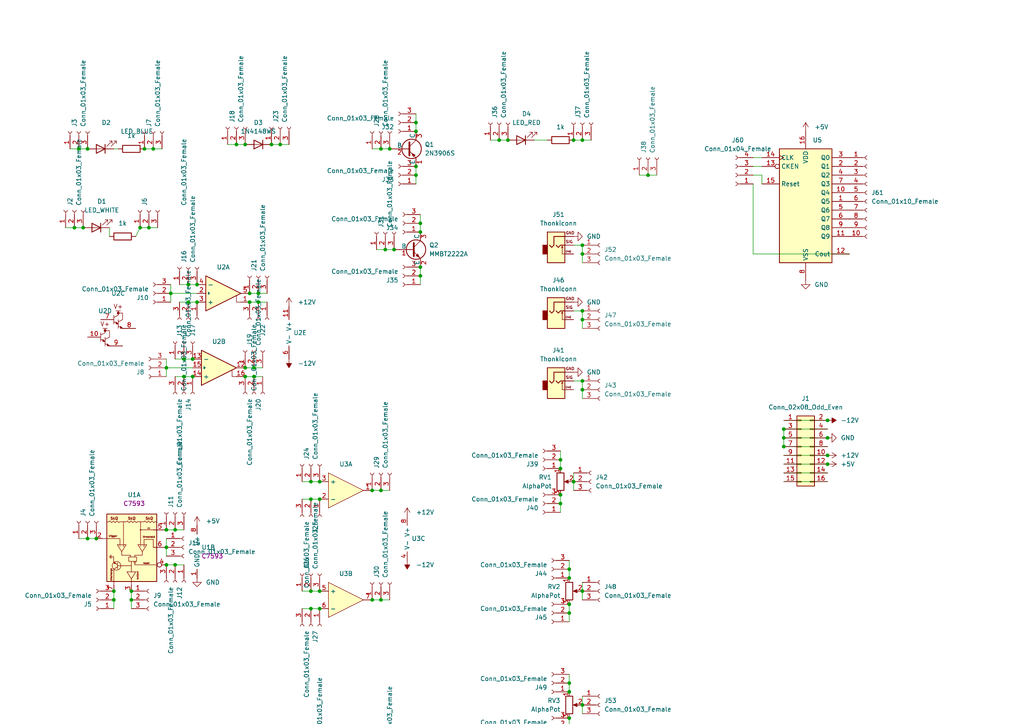
<source format=kicad_sch>
(kicad_sch (version 20211123) (generator eeschema)
  (paper "A4")
  (lib_symbols
    (symbol "Connector:Conn_01x03_Female" (pin_names (offset 1.016) hide)
      (property "Reference" "J" (at 0 5.08 0))
      (property "Value" "Conn_01x03_Female" (at 0 -5.08 0))
      (symbol "Conn_01x03_Female_1_1"
        (pin passive line (at -5.08 2.54 0) (length 3.81) (name "Pin_1") (number "1"))
        (pin passive line (at -5.08 0 0) (length 3.81) (name "Pin_2") (number "2"))
        (pin passive line (at -5.08 -2.54 0) (length 3.81) (name "Pin_3") (number "3"))
      )
    )
    (symbol "Connector:Conn_01x04_Female" (pin_names (offset 1.016) hide)
      (property "Reference" "J" (at 0 5.08 0))
      (property "Value" "Conn_01x04_Female" (at 0 -7.62 0))
      (symbol "Conn_01x04_Female_1_1"
        (pin passive line (at -5.08 2.54 0) (length 3.81) (name "Pin_1") (number "1"))
        (pin passive line (at -5.08 0 0) (length 3.81) (name "Pin_2") (number "2"))
        (pin passive line (at -5.08 -2.54 0) (length 3.81) (name "Pin_3") (number "3"))
        (pin passive line (at -5.08 -5.08 0) (length 3.81) (name "Pin_4") (number "4"))
      )
    )
    (symbol "Connector:Conn_01x10_Female" (pin_names (offset 1.016) hide)
      (property "Reference" "J" (at 0 12.7 0))
      (property "Value" "Conn_01x10_Female" (at 0 -15.24 0))
      (symbol "Conn_01x10_Female_1_1"
        (pin passive line (at -5.08 10.16 0) (length 3.81) (name "Pin_1") (number "1"))
        (pin passive line (at -5.08 -12.7 0) (length 3.81) (name "Pin_10") (number "10"))
        (pin passive line (at -5.08 7.62 0) (length 3.81) (name "Pin_2") (number "2"))
        (pin passive line (at -5.08 5.08 0) (length 3.81) (name "Pin_3") (number "3"))
        (pin passive line (at -5.08 2.54 0) (length 3.81) (name "Pin_4") (number "4"))
        (pin passive line (at -5.08 0 0) (length 3.81) (name "Pin_5") (number "5"))
        (pin passive line (at -5.08 -2.54 0) (length 3.81) (name "Pin_6") (number "6"))
        (pin passive line (at -5.08 -5.08 0) (length 3.81) (name "Pin_7") (number "7"))
        (pin passive line (at -5.08 -7.62 0) (length 3.81) (name "Pin_8") (number "8"))
        (pin passive line (at -5.08 -10.16 0) (length 3.81) (name "Pin_9") (number "9"))
      )
    )
    (symbol "Connector_Generic:Conn_02x02_Odd_Even" (pin_names (offset 1.016) hide)
      (property "Reference" "J" (at 1.27 2.54 0))
      (property "Value" "Conn_02x02_Odd_Even" (at 1.27 -5.08 0))
      (symbol "Conn_02x02_Odd_Even_1_1"
        (pin passive line (at -5.08 0 0) (length 3.81) (name "Pin_1") (number "1"))
        (pin passive line (at 7.62 0 180) (length 3.81) (name "Pin_2") (number "2"))
        (pin passive line (at -5.08 -2.54 0) (length 3.81) (name "Pin_3") (number "3"))
        (pin passive line (at 7.62 -2.54 180) (length 3.81) (name "Pin_4") (number "4"))
      )
    )
    (symbol "Connector_Generic:Conn_02x08_Odd_Even" (pin_names (offset 1.016) hide)
      (property "Reference" "J" (at 1.27 10.16 0))
      (property "Value" "Conn_02x08_Odd_Even" (at 1.27 -12.7 0))
      (symbol "Conn_02x08_Odd_Even_1_1"
        (pin passive line (at -5.08 7.62 0) (length 3.81) (name "Pin_1") (number "1"))
        (pin passive line (at 7.62 -2.54 180) (length 3.81) (name "Pin_10") (number "10"))
        (pin passive line (at -5.08 -5.08 0) (length 3.81) (name "Pin_11") (number "11"))
        (pin passive line (at 7.62 -5.08 180) (length 3.81) (name "Pin_12") (number "12"))
        (pin passive line (at -5.08 -7.62 0) (length 3.81) (name "Pin_13") (number "13"))
        (pin passive line (at 7.62 -7.62 180) (length 3.81) (name "Pin_14") (number "14"))
        (pin passive line (at -5.08 -10.16 0) (length 3.81) (name "Pin_15") (number "15"))
        (pin passive line (at 7.62 -10.16 180) (length 3.81) (name "Pin_16") (number "16"))
        (pin passive line (at 7.62 7.62 180) (length 3.81) (name "Pin_2") (number "2"))
        (pin passive line (at -5.08 5.08 0) (length 3.81) (name "Pin_3") (number "3"))
        (pin passive line (at 7.62 5.08 180) (length 3.81) (name "Pin_4") (number "4"))
        (pin passive line (at -5.08 2.54 0) (length 3.81) (name "Pin_5") (number "5"))
        (pin passive line (at 7.62 2.54 180) (length 3.81) (name "Pin_6") (number "6"))
        (pin passive line (at -5.08 0 0) (length 3.81) (name "Pin_7") (number "7"))
        (pin passive line (at 7.62 0 180) (length 3.81) (name "Pin_8") (number "8"))
        (pin passive line (at -5.08 -2.54 0) (length 3.81) (name "Pin_9") (number "9"))
      )
    )
    (symbol "EuroRackTools:1N4148WS" (pin_numbers hide) (pin_names (offset 1.016) hide)
      (property "Reference" "D" (at 0 2.54 0))
      (property "Value" "1N4148WS" (at 0 -2.54 0))
      (symbol "1N4148WS_1_1"
        (pin passive line (at -3.81 0 0) (length 2.54) (name "K") (number "1"))
        (pin passive line (at 3.81 0 180) (length 2.54) (name "A") (number "2"))
      )
    )
    (symbol "EuroRackTools:1k" (pin_numbers hide) (pin_names (offset 0))
      (property "Value" "1k" (at -1.27 1.27 0))
      (symbol "1k_1_1"
        (pin passive line (at -5.08 1.27 0) (length 1.27) (name "~") (number "1"))
        (pin passive line (at 2.54 1.27 180) (length 1.27) (name "~") (number "2"))
      )
    )
    (symbol "EuroRackTools:2N3906S" (pin_names (offset 0))
      (property "Reference" "Q" (at 5.08 1.27 0))
      (property "Value" "2N3906S" (at 5.08 -1.27 0))
      (symbol "2N3906S_1_1"
        (pin passive line (at 2.54 -5.08 90) (length 2.54) (name "E") (number "1"))
        (pin input line (at -5.08 0 0) (length 5.715) (name "B") (number "2"))
        (pin passive line (at 2.54 5.08 270) (length 2.54) (name "C") (number "3"))
      )
    )
    (symbol "EuroRackTools:4017bm"
      (property "Reference" "U" (at 0 1.27 0))
      (symbol "4017bm_1_0"
        (pin output line (at 12.7 2.54 180) (length 5.08) (name "Q5") (number "1"))
        (pin output line (at 12.7 5.08 180) (length 5.08) (name "Q4") (number "10"))
        (pin output line (at 12.7 -7.62 180) (length 5.08) (name "Q9") (number "11"))
        (pin output line (at 12.7 -12.7 180) (length 5.08) (name "Cout") (number "12"))
        (pin input inverted (at -12.7 12.7 0) (length 5.08) (name "CKEN") (number "13"))
        (pin input clock (at -12.7 15.24 0) (length 5.08) (name "CLK") (number "14"))
        (pin input line (at -12.7 7.62 0) (length 5.08) (name "Reset") (number "15"))
        (pin power_in line (at 0 22.86 270) (length 5.08) (name "VDD") (number "16"))
        (pin output line (at 12.7 12.7 180) (length 5.08) (name "Q1") (number "2"))
        (pin output line (at 12.7 15.24 180) (length 5.08) (name "Q0") (number "3"))
        (pin output line (at 12.7 10.16 180) (length 5.08) (name "Q2") (number "4"))
        (pin output line (at 12.7 0 180) (length 5.08) (name "Q6") (number "5"))
        (pin output line (at 12.7 -2.54 180) (length 5.08) (name "Q7") (number "6"))
        (pin output line (at 12.7 7.62 180) (length 5.08) (name "Q3") (number "7"))
        (pin power_in line (at 0 -20.32 90) (length 5.08) (name "VSS") (number "8"))
        (pin output line (at 12.7 -5.08 180) (length 5.08) (name "Q8") (number "9"))
      )
    )
    (symbol "EuroRackTools:AlphaPot" (pin_names (offset 1.016) hide)
      (property "Reference" "RV" (at -4.445 0 90))
      (property "Value" "AlphaPot" (at -2.54 0 90))
      (symbol "AlphaPot_1_1"
        (pin passive line (at 0 3.81 270) (length 1.27) (name "1") (number "1"))
        (pin passive line (at 3.81 0 180) (length 1.27) (name "2") (number "2"))
        (pin passive line (at 0 -3.81 90) (length 1.27) (name "3") (number "3"))
      )
    )
    (symbol "EuroRackTools:LED_BLUE" (pin_numbers hide) (pin_names (offset 1.016) hide)
      (property "Reference" "D" (at 0 -2.54 0))
      (property "Value" "LED_BLUE" (at 0 3.81 0))
      (symbol "LED_BLUE_1_1"
        (pin passive line (at 3.81 0 180) (length 2.54) (name "K") (number "1"))
        (pin passive line (at -3.81 0 0) (length 2.54) (name "A") (number "2"))
      )
    )
    (symbol "EuroRackTools:LED_RED" (pin_numbers hide) (pin_names (offset 1.016) hide)
      (property "Reference" "D" (at 0 -2.54 0))
      (property "Value" "LED_RED" (at 0 3.81 0))
      (symbol "LED_RED_1_1"
        (pin passive line (at 3.81 0 180) (length 2.54) (name "K") (number "1"))
        (pin passive line (at -3.81 0 0) (length 2.54) (name "A") (number "2"))
      )
    )
    (symbol "EuroRackTools:LED_WHITE" (pin_numbers hide) (pin_names (offset 1.016) hide)
      (property "Reference" "D" (at 0 -2.54 0))
      (property "Value" "LED_WHITE" (at 0 3.81 0))
      (symbol "LED_WHITE_1_1"
        (pin passive line (at 3.81 0 180) (length 2.54) (name "K") (number "1"))
        (pin passive line (at -3.81 0 0) (length 2.54) (name "A") (number "2"))
      )
    )
    (symbol "EuroRackTools:LM13700"
      (property "Reference" "U" (at -1.27 0 0))
      (symbol "LM13700_1_1"
        (pin input line (at 7.62 -2.54 180) (length 2.54) (name "~") (number "1"))
        (pin input line (at -7.62 0 0) (length 2.54) (name "D") (number "2"))
        (pin input line (at -7.62 -2.54 0) (length 2.54) (name "+") (number "3"))
        (pin input line (at -7.62 2.54 0) (length 2.54) (name "-") (number "4"))
        (pin output line (at 7.62 0 180) (length 2.54) (name "~") (number "5"))
      )
      (symbol "LM13700_2_1"
        (pin output line (at 7.62 0 180) (length 2.54) (name "~") (number "12"))
        (pin input line (at -7.62 2.54 0) (length 2.54) (name "-") (number "13"))
        (pin input line (at -7.62 -2.54 0) (length 2.54) (name "+") (number "14"))
        (pin input line (at -7.62 0 0) (length 2.54) (name "D") (number "15"))
        (pin input line (at 7.62 -2.54 180) (length 2.54) (name "~") (number "16"))
      )
      (symbol "LM13700_3_1"
        (text "V+" (at -2.54 3.81 0) (effects (font (size 1.27 1.27))))
        (pin input line (at -7.62 0 0) (length 3.81) (name "~") (number "7"))
        (pin output line (at 2.54 -2.54 180) (length 3.81) (name "~") (number "8"))
      )
      (symbol "LM13700_4_1"
        (text "V+" (at -2.54 3.81 0) (effects (font (size 1.27 1.27))))
        (pin input line (at -7.62 0 0) (length 3.81) (name "~") (number "10"))
        (pin output line (at 2.54 -2.54 180) (length 3.81) (name "~") (number "9"))
      )
      (symbol "LM13700_5_1"
        (pin power_in line (at -2.54 7.62 270) (length 3.81) (name "V+") (number "11"))
        (pin power_in line (at -2.54 -7.62 90) (length 3.81) (name "V-") (number "6"))
      )
    )
    (symbol "EuroRackTools:MMBT2222A" (pin_names (offset 0))
      (property "Reference" "Q" (at 5.08 1.27 0))
      (property "Value" "MMBT2222A" (at 12.7 -2.032 0))
      (symbol "MMBT2222A_1_1"
        (pin input line (at -5.08 0 0) (length 5.715) (name "B") (number "1"))
        (pin passive line (at 2.54 -5.08 90) (length 2.54) (name "E") (number "2"))
        (pin passive line (at 2.54 5.08 270) (length 2.54) (name "C") (number "3"))
      )
    )
    (symbol "EuroRackTools:NE555DR"
      (property "Reference" "U" (at 2.54 3.556 0))
      (property "LCSC" "C7593" (at 0 0 0))
      (symbol "NE555DR_1_0"
        (text "5kΩ" (at -2.413 8.382 0) (effects (font (size 0.75 0.75))))
        (text "5kΩ" (at 2.667 8.382 0) (effects (font (size 0.75 0.75))))
        (text "5kΩ" (at 7.747 8.382 0) (effects (font (size 0.75 0.75))))
        (text "cv" (at 7.62 5.588 0) (effects (font (size 0.5 0.5))))
        (text "discharge" (at -3.302 -7.874 900) (effects (font (size 0.5 0.5))))
        (text "output" (at 4.318 -8.128 900) (effects (font (size 0.5 0.5))))
        (text "reset" (at 6.858 -4.572 0) (effects (font (size 0.5 0.5))))
        (text "threshold" (at 7.62 3.048 0) (effects (font (size 0.5 0.5))))
        (text "trigger" (at -2.794 3.302 0) (effects (font (size 0.5 0.5))))
      )
      (symbol "NE555DR_1_1"
        (pin input line (at -7.62 2.54 0) (length 1.75) (name "") (number "2"))
        (pin output line (at 2.54 -12.7 90) (length 1.75) (name "") (number "3"))
        (pin input inverted (at 12.7 -5.08 180) (length 2.65) (name "") (number "4"))
        (pin input line (at 12.7 5.08 180) (length 3.81) (name "") (number "5"))
        (pin input line (at 12.7 0 180) (length 3.81) (name "") (number "6"))
        (pin input line (at -2.54 -12.7 90) (length 1.75) (name "") (number "7"))
      )
      (symbol "NE555DR_2_0"
        (pin power_in line (at 0 -5.08 90) (length 2.54) (name "GND") (number "1"))
        (pin power_in line (at 0 10.16 270) (length 2.54) (name "V+") (number "8"))
      )
    )
    (symbol "EuroRackTools:TL072"
      (property "Reference" "U" (at -1.27 0 0))
      (symbol "TL072_1_1"
        (pin output line (at 7.62 0 180) (length 2.54) (name "") (number "1"))
        (pin input line (at -7.62 -2.54 0) (length 2.54) (name "-") (number "2"))
        (pin input line (at -7.62 2.54 0) (length 2.54) (name "+") (number "3"))
      )
      (symbol "TL072_2_1"
        (pin input line (at -7.62 2.54 0) (length 2.54) (name "+") (number "5"))
        (pin input line (at -7.62 -2.54 0) (length 2.54) (name "-") (number "6"))
        (pin output line (at 7.62 0 180) (length 2.54) (name "") (number "7"))
      )
      (symbol "TL072_3_0"
        (pin power_in line (at -2.54 -6.35 90) (length 2.54) (name "V-") (number "4"))
        (pin power_in line (at -2.54 6.35 270) (length 2.54) (name "V+") (number "8"))
      )
    )
    (symbol "EuroRackTools:Thonkiconn" (pin_numbers hide)
      (property "Reference" "J" (at -1.27 -3.048 0))
      (property "Value" "Thonkiconn" (at 0 6.35 0))
      (symbol "Thonkiconn_0_0"
        (text "(no)" (at 3.556 -1.778 0) (effects (font (size 0.5 0.5))))
        (text "GND" (at 4.064 3.556 0) (effects (font (size 0.8 0.8))))
        (text "SIG" (at 3.81 1.016 0) (effects (font (size 0.8 0.8))))
      )
      (symbol "Thonkiconn_1_1"
        (pin passive line (at 5.08 2.54 180) (length 2.54) (name "~") (number "S"))
        (pin passive line (at 5.08 0 180) (length 2.54) (name "~") (number "T"))
        (pin passive line (at 5.08 -2.54 180) (length 2.54) (name "~") (number "TN"))
      )
    )
    (symbol "power:+12V" (power) (pin_names (offset 0))
      (property "Value" "+12V" (at 0 3.556 0))
      (symbol "+12V_1_1"
        (pin power_in line (at 0 0 90) (length 0) hide (name "+12V") (number "1"))
      )
    )
    (symbol "power:+5V" (power) (pin_names (offset 0))
      (property "Value" "+5V" (at 0 3.556 0))
      (symbol "+5V_1_1"
        (pin power_in line (at 0 0 90) (length 0) hide (name "+5V") (number "1"))
      )
    )
    (symbol "power:-12V" (power) (pin_names (offset 0))
      (property "Value" "-12V" (at 0 3.81 0))
      (symbol "-12V_0_0"
        (pin power_in line (at 0 0 90) (length 0) hide (name "-12V") (number "1"))
      )
    )
    (symbol "power:GND" (power) (pin_names (offset 0))
      (property "Value" "GND" (at 0 -3.81 0))
      (symbol "GND_1_1"
        (pin power_in line (at 0 0 270) (length 0) hide (name "GND") (number "1"))
      )
    )
  )
  (junction (at 93.98 259.08))
  (junction (at 73.66 106.68))
  (junction (at 74.93 87.63))
  (junction (at 165.1 210.82))
  (junction (at 68.58 41.91))
  (junction (at 240.03 134.62))
  (junction (at 113.03 43.18))
  (junction (at 166.37 139.7))
  (junction (at 355.6 43.18))
  (junction (at 33.02 171.45))
  (junction (at 168.91 73.66))
  (junction (at 48.26 106.68))
  (junction (at 355.6 45.72))
  (junction (at 50.8 163.83))
  (junction (at 111.76 256.54))
  (junction (at 90.17 171.45))
  (junction (at 120.65 35.56))
  (junction (at 323.85 44.45))
  (junction (at 168.91 40.64))
  (junction (at 93.98 227.33))
  (junction (at 144.78 40.64))
  (junction (at 90.17 176.53))
  (junction (at 93.98 222.25))
  (junction (at 165.1 177.8))
  (junction (at 33.02 173.99))
  (junction (at 54.61 87.63))
  (junction (at 55.88 104.14))
  (junction (at 21.59 66.04))
  (junction (at 71.12 41.91))
  (junction (at 43.18 66.04))
  (junction (at 73.66 109.22))
  (junction (at 25.4 156.21))
  (junction (at 227.33 124.46))
  (junction (at 72.39 85.09))
  (junction (at 227.33 129.54))
  (junction (at 90.17 144.78))
  (junction (at 165.1 200.66))
  (junction (at 168.91 110.49))
  (junction (at 110.49 142.24))
  (junction (at 41.91 43.18))
  (junction (at 111.76 72.39))
  (junction (at 187.96 50.8))
  (junction (at 91.44 259.08))
  (junction (at 71.12 109.22))
  (junction (at 109.22 224.79))
  (junction (at 49.53 85.09))
  (junction (at 78.74 41.91))
  (junction (at 356.87 62.23))
  (junction (at 165.1 208.28))
  (junction (at 92.71 139.7))
  (junction (at 93.98 254))
  (junction (at 110.49 173.99))
  (junction (at 53.34 104.14))
  (junction (at 57.15 87.63))
  (junction (at 168.91 204.47))
  (junction (at 50.8 153.67))
  (junction (at 168.91 90.17))
  (junction (at 24.13 66.04))
  (junction (at 121.92 80.01))
  (junction (at 72.39 87.63))
  (junction (at 165.1 198.12))
  (junction (at 44.45 43.18))
  (junction (at 168.91 92.71))
  (junction (at 120.65 38.1))
  (junction (at 74.93 85.09))
  (junction (at 25.4 43.18))
  (junction (at 114.3 72.39))
  (junction (at 90.17 139.7))
  (junction (at 107.95 142.24))
  (junction (at 240.03 121.92))
  (junction (at 57.15 82.55))
  (junction (at 22.86 43.18))
  (junction (at 81.28 41.91))
  (junction (at 38.1 173.99))
  (junction (at 54.61 82.55))
  (junction (at 166.37 40.64))
  (junction (at 92.71 176.53))
  (junction (at 162.56 143.51))
  (junction (at 109.22 256.54))
  (junction (at 110.49 43.18))
  (junction (at 40.64 66.04))
  (junction (at 120.65 50.8))
  (junction (at 55.88 109.22))
  (junction (at 91.44 222.25))
  (junction (at 48.26 158.75))
  (junction (at 147.32 40.64))
  (junction (at 53.34 109.22))
  (junction (at 120.65 48.26))
  (junction (at 38.1 171.45))
  (junction (at 91.44 227.33))
  (junction (at 240.03 127))
  (junction (at 168.91 171.45))
  (junction (at 107.95 173.99))
  (junction (at 71.12 106.68))
  (junction (at 92.71 144.78))
  (junction (at 162.56 135.89))
  (junction (at 325.12 69.85))
  (junction (at 227.33 127))
  (junction (at 165.1 167.64))
  (junction (at 162.56 146.05))
  (junction (at 240.03 132.08))
  (junction (at 325.12 67.31))
  (junction (at 356.87 64.77))
  (junction (at 91.44 254))
  (junction (at 162.56 133.35))
  (junction (at 48.26 153.67))
  (junction (at 168.91 71.12))
  (junction (at 121.92 64.77))
  (junction (at 121.92 77.47))
  (junction (at 165.1 175.26))
  (junction (at 165.1 165.1))
  (junction (at 168.91 113.03))
  (junction (at 111.76 224.79))
  (junction (at 27.94 156.21))
  (junction (at 323.85 46.99))
  (junction (at 48.26 163.83))
  (junction (at 121.92 67.31))
  (junction (at 92.71 171.45))
  (wire (pts (xy 121.92 80.01) (xy 121.92 82.55)))
  (wire (pts (xy 168.91 113.03) (xy 168.91 110.49)))
  (wire (pts (xy 55.88 104.14) (xy 53.34 104.14)))
  (wire (pts (xy 92.71 139.7) (xy 90.17 139.7)))
  (wire (pts (xy 22.86 43.18) (xy 20.32 43.18)))
  (wire (pts (xy 113.03 173.99) (xy 110.49 173.99)))
  (wire (pts (xy 165.1 165.1) (xy 165.1 167.64)))
  (wire (pts (xy 311.15 44.45) (xy 323.85 44.45)))
  (wire (pts (xy 165.1 210.82) (xy 165.1 213.36)))
  (wire (pts (xy 54.61 87.63) (xy 57.15 87.63)))
  (wire (pts (xy 110.49 142.24) (xy 107.95 142.24)))
  (wire (pts (xy 77.47 85.09) (xy 74.93 85.09)))
  (wire (pts (xy 168.91 73.66) (xy 168.91 71.12)))
  (wire (pts (xy 355.6 43.18) (xy 355.6 45.72)))
  (wire (pts (xy 71.12 109.22) (xy 73.66 109.22)))
  (wire (pts (xy 218.44 73.66) (xy 246.38 73.66)))
  (wire (pts (xy 121.92 77.47) (xy 121.92 80.01)))
  (wire (pts (xy 227.33 134.62) (xy 240.03 134.62)))
  (wire (pts (xy 91.44 222.25) (xy 88.9 222.25)))
  (wire (pts (xy 165.1 208.28) (xy 165.1 210.82)))
  (wire (pts (xy 114.3 256.54) (xy 111.76 256.54)))
  (wire (pts (xy 171.45 40.64) (xy 168.91 40.64)))
  (wire (pts (xy 48.26 158.75) (xy 48.26 156.21)))
  (wire (pts (xy 168.91 115.57) (xy 168.91 113.03)))
  (wire (pts (xy 166.37 110.49) (xy 168.91 110.49)))
  (wire (pts (xy 110.49 43.18) (xy 107.95 43.18)))
  (wire (pts (xy 162.56 146.05) (xy 162.56 148.59)))
  (wire (pts (xy 50.8 109.22) (xy 53.34 109.22)))
  (wire (pts (xy 74.93 85.09) (xy 72.39 85.09)))
  (wire (pts (xy 38.1 176.53) (xy 38.1 173.99)))
  (wire (pts (xy 48.26 106.68) (xy 48.26 109.22)))
  (wire (pts (xy 48.26 104.14) (xy 48.26 106.68)))
  (wire (pts (xy 166.37 139.7) (xy 166.37 137.16)))
  (wire (pts (xy 168.91 95.25) (xy 168.91 92.71)))
  (wire (pts (xy 54.61 82.55) (xy 52.07 82.55)))
  (wire (pts (xy 76.2 106.68) (xy 73.66 106.68)))
  (wire (pts (xy 90.17 176.53) (xy 92.71 176.53)))
  (wire (pts (xy 25.4 43.18) (xy 22.86 43.18)))
  (wire (pts (xy 45.72 66.04) (xy 43.18 66.04)))
  (wire (pts (xy 73.66 109.22) (xy 76.2 109.22)))
  (wire (pts (xy 120.65 33.02) (xy 120.65 35.56)))
  (wire (pts (xy 120.65 50.8) (xy 120.65 53.34)))
  (wire (pts (xy 121.92 62.23) (xy 121.92 64.77)))
  (wire (pts (xy 111.76 72.39) (xy 109.22 72.39)))
  (wire (pts (xy 34.29 43.18) (xy 33.02 43.18)))
  (wire (pts (xy 87.63 176.53) (xy 90.17 176.53)))
  (wire (pts (xy 344.17 62.23) (xy 356.87 62.23)))
  (wire (pts (xy 46.99 43.18) (xy 44.45 43.18)))
  (wire (pts (xy 83.82 41.91) (xy 81.28 41.91)))
  (wire (pts (xy 27.94 156.21) (xy 25.4 156.21)))
  (wire (pts (xy 120.65 48.26) (xy 120.65 50.8)))
  (wire (pts (xy 33.02 173.99) (xy 33.02 176.53)))
  (wire (pts (xy 91.44 227.33) (xy 93.98 227.33)))
  (wire (pts (xy 168.91 204.47) (xy 168.91 201.93)))
  (wire (pts (xy 227.33 124.46) (xy 227.33 127)))
  (wire (pts (xy 165.1 195.58) (xy 165.1 198.12)))
  (wire (pts (xy 21.59 66.04) (xy 19.05 66.04)))
  (wire (pts (xy 73.66 106.68) (xy 71.12 106.68)))
  (wire (pts (xy 39.37 68.58) (xy 40.64 66.04)))
  (wire (pts (xy 165.1 198.12) (xy 165.1 200.66)))
  (wire (pts (xy 90.17 144.78) (xy 92.71 144.78)))
  (wire (pts (xy 227.33 129.54) (xy 240.03 129.54)))
  (wire (pts (xy 49.53 85.09) (xy 49.53 87.63)))
  (wire (pts (xy 218.44 45.72) (xy 220.98 45.72)))
  (wire (pts (xy 113.03 43.18) (xy 110.49 43.18)))
  (wire (pts (xy 168.91 76.2) (xy 168.91 73.66)))
  (wire (pts (xy 227.33 124.46) (xy 240.03 124.46)))
  (wire (pts (xy 49.53 82.55) (xy 49.53 85.09)))
  (wire (pts (xy 53.34 104.14) (xy 50.8 104.14)))
  (wire (pts (xy 227.33 121.92) (xy 240.03 121.92)))
  (wire (pts (xy 162.56 143.51) (xy 162.56 146.05)))
  (wire (pts (xy 90.17 139.7) (xy 87.63 139.7)))
  (wire (pts (xy 144.78 40.64) (xy 142.24 40.64)))
  (wire (pts (xy 220.98 50.8) (xy 220.98 53.34)))
  (wire (pts (xy 147.32 40.64) (xy 144.78 40.64)))
  (wire (pts (xy 25.4 156.21) (xy 22.86 156.21)))
  (wire (pts (xy 114.3 72.39) (xy 111.76 72.39)))
  (wire (pts (xy 93.98 222.25) (xy 91.44 222.25)))
  (wire (pts (xy 312.42 67.31) (xy 325.12 67.31)))
  (wire (pts (xy 165.1 177.8) (xy 165.1 180.34)))
  (wire (pts (xy 88.9 259.08) (xy 91.44 259.08)))
  (wire (pts (xy 49.53 85.09) (xy 57.15 85.09)))
  (wire (pts (xy 93.98 254) (xy 91.44 254)))
  (wire (pts (xy 53.34 153.67) (xy 50.8 153.67)))
  (wire (pts (xy 227.33 127) (xy 227.33 129.54)))
  (wire (pts (xy 162.56 133.35) (xy 162.56 135.89)))
  (wire (pts (xy 168.91 207.01) (xy 168.91 204.47)))
  (wire (pts (xy 72.39 87.63) (xy 74.93 87.63)))
  (wire (pts (xy 52.07 87.63) (xy 54.61 87.63)))
  (wire (pts (xy 90.17 171.45) (xy 87.63 171.45)))
  (wire (pts (xy 166.37 142.24) (xy 166.37 139.7)))
  (wire (pts (xy 38.1 173.99) (xy 38.1 171.45)))
  (wire (pts (xy 168.91 40.64) (xy 166.37 40.64)))
  (wire (pts (xy 31.75 68.58) (xy 31.75 66.04)))
  (wire (pts (xy 168.91 171.45) (xy 168.91 168.91)))
  (wire (pts (xy 87.63 144.78) (xy 90.17 144.78)))
  (wire (pts (xy 187.96 50.8) (xy 185.42 50.8)))
  (wire (pts (xy 48.26 161.29) (xy 48.26 158.75)))
  (wire (pts (xy 162.56 130.81) (xy 162.56 133.35)))
  (wire (pts (xy 48.26 163.83) (xy 50.8 163.83)))
  (wire (pts (xy 218.44 48.26) (xy 220.98 48.26)))
  (wire (pts (xy 92.71 171.45) (xy 90.17 171.45)))
  (wire (pts (xy 227.33 139.7) (xy 240.03 139.7)))
  (wire (pts (xy 342.9 43.18) (xy 355.6 43.18)))
  (wire (pts (xy 342.9 45.72) (xy 355.6 45.72)))
  (wire (pts (xy 165.1 162.56) (xy 165.1 165.1)))
  (wire (pts (xy 356.87 62.23) (xy 356.87 64.77)))
  (wire (pts (xy 168.91 92.71) (xy 168.91 90.17)))
  (wire (pts (xy 165.1 175.26) (xy 165.1 177.8)))
  (wire (pts (xy 43.18 66.04) (xy 40.64 66.04)))
  (wire (pts (xy 81.28 41.91) (xy 78.74 41.91)))
  (wire (pts (xy 111.76 224.79) (xy 109.22 224.79)))
  (wire (pts (xy 158.75 40.64) (xy 154.94 40.64)))
  (wire (pts (xy 74.93 87.63) (xy 77.47 87.63)))
  (wire (pts (xy 50.8 163.83) (xy 53.34 163.83)))
  (wire (pts (xy 114.3 224.79) (xy 111.76 224.79)))
  (wire (pts (xy 344.17 64.77) (xy 356.87 64.77)))
  (wire (pts (xy 227.33 132.08) (xy 240.03 132.08)))
  (wire (pts (xy 312.42 69.85) (xy 325.12 69.85)))
  (wire (pts (xy 113.03 142.24) (xy 110.49 142.24)))
  (wire (pts (xy 111.76 256.54) (xy 109.22 256.54)))
  (wire (pts (xy 110.49 173.99) (xy 107.95 173.99)))
  (wire (pts (xy 168.91 173.99) (xy 168.91 171.45)))
  (wire (pts (xy 121.92 64.77) (xy 121.92 67.31)))
  (wire (pts (xy 71.12 41.91) (xy 68.58 41.91)))
  (wire (pts (xy 68.58 41.91) (xy 66.04 41.91)))
  (wire (pts (xy 218.44 53.34) (xy 218.44 73.66)))
  (wire (pts (xy 323.85 44.45) (xy 323.85 46.99)))
  (wire (pts (xy 91.44 254) (xy 88.9 254)))
  (wire (pts (xy 166.37 71.12) (xy 168.91 71.12)))
  (wire (pts (xy 33.02 171.45) (xy 33.02 173.99)))
  (wire (pts (xy 311.15 46.99) (xy 323.85 46.99)))
  (wire (pts (xy 50.8 153.67) (xy 48.26 153.67)))
  (wire (pts (xy 24.13 66.04) (xy 21.59 66.04)))
  (wire (pts (xy 190.5 50.8) (xy 187.96 50.8)))
  (wire (pts (xy 227.33 127) (xy 240.03 127)))
  (wire (pts (xy 57.15 82.55) (xy 54.61 82.55)))
  (wire (pts (xy 53.34 109.22) (xy 55.88 109.22)))
  (wire (pts (xy 325.12 67.31) (xy 325.12 69.85)))
  (wire (pts (xy 166.37 90.17) (xy 168.91 90.17)))
  (wire (pts (xy 218.44 50.8) (xy 220.98 50.8)))
  (wire (pts (xy 91.44 259.08) (xy 93.98 259.08)))
  (wire (pts (xy 48.26 106.68) (xy 55.88 106.68)))
  (wire (pts (xy 88.9 227.33) (xy 91.44 227.33)))
  (wire (pts (xy 120.65 35.56) (xy 120.65 38.1)))
  (wire (pts (xy 227.33 137.16) (xy 240.03 137.16)))
  (wire (pts (xy 44.45 43.18) (xy 41.91 43.18)))
  (symbol (lib_id "power:GND") (at 166.37 107.95 90) (unit 1)
    (property "Reference" "#PWR0111" (effects hide))
    (property "Value" "GND" (at 170.18 107.9499 90) (effects (justify right)))
  )
  (symbol (lib_id "Connector:Conn_01x03_Female") (at 53.34 114.3 270) (unit 1)
    (property "Reference" "J14" (at 54.6101 115.57 0) (effects (justify left)))
    (property "Value" "Conn_01x03_Female" (at 52.0701 115.57 0) (effects (justify left)))
    (property "Footprint" "Connector_PinHeader_2.54mm:PinHeader_1x03_P2.54mm_Vertical" (effects hide))
  )
  (symbol (lib_id "power:+5V") (at 240.03 134.62 270) (unit 1)
    (property "Reference" "#PWR0104" (effects hide))
    (property "Value" "+5V" (at 243.84 134.6199 90) (effects (justify left)))
  )
  (symbol (lib_id "power:GND") (at 166.37 87.63 90) (unit 1)
    (property "Reference" "#PWR0112" (effects hide))
    (property "Value" "GND" (at 170.18 87.6299 90) (effects (justify right)))
  )
  (symbol (lib_id "Connector:Conn_01x03_Female") (at 22.86 38.1 90) (unit 1)
    (property "Reference" "J3" (at 21.5899 36.83 0) (effects (justify left)))
    (property "Value" "Conn_01x03_Female" (at 24.1299 36.83 0) (effects (justify left)))
    (property "Footprint" "Connector_PinHeader_2.54mm:PinHeader_1x03_P2.54mm_Vertical" (effects hide))
  )
  (symbol (lib_id "EuroRackTools:TL072") (at 101.6 256.54 0) (unit 2)
    (property "Reference" "U4" (at 101.6 248.92 0))
    (property "Value" "TL072" (effects hide))
    (property "Footprint" "Package_SO:SOIC-8_3.9x4.9mm_P1.27mm" (effects hide))
    (property "Spice_Primitive" "X" (effects hide))
    (property "Spice_Model" "MY_TL072" (effects hide))
    (property "Spice_Netlist_Enabled" "Y" (effects hide))
    (property "Spice_Node_Sequence" "1 2 3 4 5 6 7 8" (effects hide))
    (property "LCSC" "C6961" (effects hide))
  )
  (symbol (lib_id "EuroRackTools:AlphaPot") (at 162.56 139.7 0) (unit 1)
    (property "Reference" "RV1" (at 160.02 138.4299 0) (effects (justify right)))
    (property "Value" "AlphaPot" (at 160.02 140.9699 0) (effects (justify right)))
    (property "Footprint" "Potentiometer_THT:Potentiometer_Alpha_RD901F-40-00D_Single_Vertical" (effects hide))
    (property "Spice_Primitive" "X" (effects hide))
    (property "Spice_Model" "pot100k" (effects hide))
    (property "Spice_Netlist_Enabled" "Y" (effects hide))
  )
  (symbol (lib_id "Connector:Conn_01x03_Female") (at 157.48 146.05 180) (unit 1)
    (property "Reference" "J40" (at 156.21 147.3201 0) (effects (justify left)))
    (property "Value" "Conn_01x03_Female" (at 156.21 144.7801 0) (effects (justify left)))
    (property "Footprint" "Connector_PinHeader_2.54mm:PinHeader_1x03_P2.54mm_Vertical" (effects hide))
  )
  (symbol (lib_id "EuroRackTools:LM13700") (at 64.77 85.09 0) (unit 1)
    (property "Reference" "U2" (at 64.77 77.47 0))
    (property "Value" "LM13700" (effects hide))
    (property "Footprint" "Package_SO:SOIC-16_3.9x9.9mm_P1.27mm" (effects hide))
    (property "Spice_Primitive" "X" (effects hide))
    (property "Spice_Model" "MY_LM13700" (effects hide))
    (property "Spice_Netlist_Enabled" "Y" (effects hide))
    (property "LCSC" "C174050" (effects hide))
  )
  (symbol (lib_id "Connector:Conn_01x03_Female") (at 173.99 73.66 0) (unit 1)
    (property "Reference" "J52" (at 175.26 72.3899 0) (effects (justify left)))
    (property "Value" "Conn_01x03_Female" (at 175.26 74.9299 0) (effects (justify left)))
    (property "Footprint" "Connector_PinHeader_2.54mm:PinHeader_1x03_P2.54mm_Vertical" (effects hide))
  )
  (symbol (lib_id "EuroRackTools:2N3906S") (at 118.11 43.18 0) (unit 1)
    (property "Reference" "Q1" (at 123.19 41.9099 0) (effects (justify left)))
    (property "Value" "2N3906S" (at 123.19 44.4499 0) (effects (justify left)))
    (property "Footprint" "Package_TO_SOT_SMD:SOT-23-3" (effects hide))
    (property "LCSC" "C147294" (effects hide))
    (property "Spice_Primitive" "Q" (effects hide))
    (property "Spice_Model" "2N3906" (effects hide))
    (property "Spice_Netlist_Enabled" "Y" (effects hide))
  )
  (symbol (lib_id "Connector:Conn_01x03_Female") (at 90.17 166.37 90) (unit 1)
    (property "Reference" "J26" (at 88.8999 165.1 0) (effects (justify left)))
    (property "Value" "Conn_01x03_Female" (at 91.4399 165.1 0) (effects (justify left)))
    (property "Footprint" "Connector_PinHeader_2.54mm:PinHeader_1x03_P2.54mm_Vertical" (effects hide))
  )
  (symbol (lib_id "EuroRackTools:LED_BLUE") (at 29.21 43.18 0) (unit 1)
    (property "Reference" "D2" (at 30.7975 35.56 0))
    (property "Value" "LED_BLUE" (at 39.6875 38.1 0))
    (property "Footprint" "LED_SMD:LED_0603_1608Metric" (effects hide))
    (property "LCSC" "C72041" (effects hide))
  )
  (symbol (lib_id "Connector:Conn_01x03_Female") (at 144.78 35.56 90) (unit 1)
    (property "Reference" "J36" (at 143.5099 34.29 0) (effects (justify left)))
    (property "Value" "Conn_01x03_Female" (at 146.0499 34.29 0) (effects (justify left)))
    (property "Footprint" "Connector_PinHeader_2.54mm:PinHeader_1x03_P2.54mm_Vertical" (effects hide))
  )
  (symbol (lib_id "Connector:Conn_01x03_Female") (at 115.57 35.56 180) (unit 1)
    (property "Reference" "J32" (at 114.3 36.8301 0) (effects (justify left)))
    (property "Value" "Conn_01x03_Female" (at 114.3 34.2901 0) (effects (justify left)))
    (property "Footprint" "Connector_PinHeader_2.54mm:PinHeader_1x03_P2.54mm_Vertical" (effects hide))
  )
  (symbol (lib_id "Connector:Conn_01x03_Female") (at 50.8 148.59 90) (unit 1)
    (property "Reference" "J11" (at 49.5299 147.32 0) (effects (justify left)))
    (property "Value" "Conn_01x03_Female" (at 52.0699 147.32 0) (effects (justify left)))
    (property "Footprint" "Connector_PinHeader_2.54mm:PinHeader_1x03_P2.54mm_Vertical" (effects hide))
  )
  (symbol (lib_id "EuroRackTools:1k") (at 36.83 69.85 0) (unit 1)
    (property "Reference" "R1" (effects hide))
    (property "Value" "1k" (at 35.56 64.77 0))
    (property "Footprint" "Resistor_SMD:R_0603_1608Metric" (effects hide))
    (property "LCSC" "C21190" (effects hide))
  )
  (symbol (lib_id "EuroRackTools:LM13700") (at 63.5 106.68 0) (unit 2)
    (property "Reference" "U2" (at 63.5 99.06 0))
    (property "Value" "LM13700" (effects hide))
    (property "Footprint" "Package_SO:SOIC-16_3.9x9.9mm_P1.27mm" (effects hide))
    (property "Spice_Primitive" "X" (effects hide))
    (property "Spice_Model" "MY_LM13700" (effects hide))
    (property "Spice_Netlist_Enabled" "Y" (effects hide))
    (property "LCSC" "C174050" (effects hide))
  )
  (symbol (lib_id "EuroRackTools:MMBT2222A") (at 119.38 72.39 0) (unit 1)
    (property "Reference" "Q2" (at 124.46 71.1199 0) (effects (justify left)))
    (property "Value" "MMBT2222A" (at 124.46 73.6599 0) (effects (justify left)))
    (property "Footprint" "Package_TO_SOT_SMD:SOT-23-3" (effects hide))
    (property "LCSC" "C8512" (effects hide))
    (property "Spice_Primitive" "Q" (effects hide))
    (property "Spice_Model" "2N2222" (effects hide))
    (property "Spice_Netlist_Enabled" "Y" (effects hide))
  )
  (symbol (lib_id "EuroRackTools:NE555DR") (at 35.56 158.75 0) (unit 1)
    (property "Reference" "U1" (at 38.9115 143.51 0))
    (property "Value" "NE555DR" (effects hide))
    (property "Footprint" "Package_SO:SOIC-8-1EP_3.9x4.9mm_P1.27mm_EP2.29x3mm" (effects hide))
    (property "LCSC" "C7593" (at 38.9115 146.05 0))
  )
  (symbol (lib_id "Connector:Conn_01x03_Female") (at 68.58 36.83 90) (unit 1)
    (property "Reference" "J18" (at 67.3099 35.56 0) (effects (justify left)))
    (property "Value" "Conn_01x03_Female" (at 69.8499 35.56 0) (effects (justify left)))
    (property "Footprint" "Connector_PinHeader_2.54mm:PinHeader_1x03_P2.54mm_Vertical" (effects hide))
  )
  (symbol (lib_id "Connector:Conn_01x03_Female") (at 44.45 38.1 90) (unit 1)
    (property "Reference" "J7" (at 43.1799 36.83 0) (effects (justify left)))
    (property "Value" "Conn_01x03_Female" (at 45.7199 36.83 0) (effects (justify left)))
    (property "Footprint" "Connector_PinHeader_2.54mm:PinHeader_1x03_P2.54mm_Vertical" (effects hide))
  )
  (symbol (lib_id "power:GND") (at 57.15 167.64 0) (unit 1)
    (property "Reference" "#PWR0107" (effects hide))
    (property "Value" "GND" (at 59.69 168.9099 0) (effects (justify left)))
  )
  (symbol (lib_id "EuroRackTools:LED_WHITE") (at 27.94 66.04 0) (unit 1)
    (property "Reference" "D1" (at 29.5275 58.42 0))
    (property "Value" "LED_WHITE" (at 29.5275 60.96 0))
    (property "Footprint" "LED_SMD:LED_0603_1608Metric" (effects hide))
    (property "LCSC" "C2290" (effects hide))
  )
  (symbol (lib_id "Connector:Conn_01x03_Female") (at 91.44 248.92 90) (unit 1)
    (property "Reference" "J56" (at 90.1699 247.65 0) (effects (justify left)))
    (property "Value" "Conn_01x03_Female" (at 92.7099 247.65 0) (effects (justify left)))
    (property "Footprint" "Connector_PinHeader_2.54mm:PinHeader_1x03_P2.54mm_Vertical" (effects hide))
  )
  (symbol (lib_id "Connector:Conn_01x03_Female") (at 53.34 99.06 90) (unit 1)
    (property "Reference" "J13" (at 52.0699 97.79 0) (effects (justify left)))
    (property "Value" "Conn_01x03_Female" (at 54.6099 97.79 0) (effects (justify left)))
    (property "Footprint" "Connector_PinHeader_2.54mm:PinHeader_1x03_P2.54mm_Vertical" (effects hide))
  )
  (symbol (lib_id "Connector:Conn_01x03_Female") (at 110.49 137.16 90) (unit 1)
    (property "Reference" "J29" (at 109.2199 135.89 0) (effects (justify left)))
    (property "Value" "Conn_01x03_Female" (at 111.7599 135.89 0) (effects (justify left)))
    (property "Footprint" "Connector_PinHeader_2.54mm:PinHeader_1x03_P2.54mm_Vertical" (effects hide))
  )
  (symbol (lib_id "Connector:Conn_01x03_Female") (at 90.17 181.61 270) (unit 1)
    (property "Reference" "J27" (at 91.4401 182.88 0) (effects (justify left)))
    (property "Value" "Conn_01x03_Female" (at 88.9001 182.88 0) (effects (justify left)))
    (property "Footprint" "Connector_PinHeader_2.54mm:PinHeader_1x03_P2.54mm_Vertical" (effects hide))
  )
  (symbol (lib_id "EuroRackTools:1k") (at 39.37 44.45 0) (unit 1)
    (property "Reference" "R2" (effects hide))
    (property "Value" "1k" (at 38.1 39.37 0))
    (property "Footprint" "Resistor_SMD:R_0603_1608Metric" (effects hide))
    (property "LCSC" "C21190" (effects hide))
  )
  (symbol (lib_id "Connector:Conn_01x03_Female") (at 25.4 151.13 90) (unit 1)
    (property "Reference" "J4" (at 24.1299 149.86 0) (effects (justify left)))
    (property "Value" "Conn_01x03_Female" (at 26.6699 149.86 0) (effects (justify left)))
    (property "Footprint" "Connector_PinHeader_2.54mm:PinHeader_1x03_P2.54mm_Vertical" (effects hide))
  )
  (symbol (lib_id "EuroRackTools:TL072") (at 121.92 238.76 0) (unit 3)
    (property "Reference" "U4" (at 120.65 238.7599 0) (effects (justify left)))
    (property "Value" "TL072" (effects hide))
    (property "Footprint" "Package_SO:SOIC-8_3.9x4.9mm_P1.27mm" (effects hide))
    (property "Spice_Primitive" "X" (effects hide))
    (property "Spice_Model" "MY_TL072" (effects hide))
    (property "Spice_Netlist_Enabled" "Y" (effects hide))
    (property "Spice_Node_Sequence" "1 2 3 4 5 6 7 8" (effects hide))
    (property "LCSC" "C6961" (effects hide))
  )
  (symbol (lib_id "Connector:Conn_01x03_Female") (at 54.61 92.71 270) (unit 1)
    (property "Reference" "J17" (at 55.8801 93.98 0) (effects (justify left)))
    (property "Value" "Conn_01x03_Female" (at 53.3401 93.98 0) (effects (justify left)))
    (property "Footprint" "Connector_PinHeader_2.54mm:PinHeader_1x03_P2.54mm_Vertical" (effects hide))
  )
  (symbol (lib_id "power:+12V") (at 240.03 132.08 270) (unit 1)
    (property "Reference" "#PWR0103" (effects hide))
    (property "Value" "+12V" (at 243.84 132.0799 90) (effects (justify left)))
  )
  (symbol (lib_id "EuroRackTools:1N4148WS") (at 74.93 41.91 180) (unit 1)
    (property "Reference" "D3" (at 74.93 35.56 0))
    (property "Value" "1N4148WS" (at 74.93 38.1 0))
    (property "Footprint" "Diode_SMD:D_SOD-323" (effects hide))
    (property "Datasheet" "https://www.vishay.com/docs/85751/1n4148ws.pdf" (effects hide))
    (property "Spice_Primitive" "D" (effects hide))
    (property "Spice_Model" "1N4148" (effects hide))
    (property "Spice_Netlist_Enabled" "Y" (effects hide))
    (property "LCSC" "C2128" (effects hide))
  )
  (symbol (lib_id "Connector:Conn_01x04_Female") (at 213.36 50.8 180) (unit 1)
    (property "Reference" "J60" (at 213.995 40.64 0))
    (property "Value" "Conn_01x04_Female" (at 213.995 43.18 0))
    (property "Footprint" "Connector_PinHeader_2.54mm:PinHeader_1x04_P2.54mm_Vertical" (effects hide))
  )
  (symbol (lib_id "Connector:Conn_01x03_Female") (at 81.28 36.83 90) (unit 1)
    (property "Reference" "J23" (at 80.0099 35.56 0) (effects (justify left)))
    (property "Value" "Conn_01x03_Female" (at 82.5499 35.56 0) (effects (justify left)))
    (property "Footprint" "Connector_PinHeader_2.54mm:PinHeader_1x03_P2.54mm_Vertical" (effects hide))
  )
  (symbol (lib_id "EuroRackTools:TL072") (at 120.65 156.21 0) (unit 3)
    (property "Reference" "U3" (at 119.38 156.2099 0) (effects (justify left)))
    (property "Value" "TL072" (effects hide))
    (property "Footprint" "Package_SO:SOIC-8_3.9x4.9mm_P1.27mm" (effects hide))
    (property "Spice_Primitive" "X" (effects hide))
    (property "Spice_Model" "MY_TL072" (effects hide))
    (property "Spice_Netlist_Enabled" "Y" (effects hide))
    (property "Spice_Node_Sequence" "1 2 3 4 5 6 7 8" (effects hide))
    (property "LCSC" "C6961" (effects hide))
  )
  (symbol (lib_id "Connector:Conn_01x03_Female") (at 90.17 134.62 90) (unit 1)
    (property "Reference" "J24" (at 88.8999 133.35 0) (effects (justify left)))
    (property "Value" "Conn_01x03_Female" (at 91.4399 133.35 0) (effects (justify left)))
    (property "Footprint" "Connector_PinHeader_2.54mm:PinHeader_1x03_P2.54mm_Vertical" (effects hide))
  )
  (symbol (lib_id "Connector:Conn_01x03_Female") (at 111.76 251.46 90) (unit 1)
    (property "Reference" "J59" (at 110.4899 250.19 0) (effects (justify left)))
    (property "Value" "Conn_01x03_Female" (at 113.0299 250.19 0) (effects (justify left)))
    (property "Footprint" "Connector_PinHeader_2.54mm:PinHeader_1x03_P2.54mm_Vertical" (effects hide))
  )
  (symbol (lib_id "EuroRackTools:AlphaPot") (at 165.1 171.45 0) (unit 1)
    (property "Reference" "RV2" (at 162.56 170.1799 0) (effects (justify right)))
    (property "Value" "AlphaPot" (at 162.56 172.7199 0) (effects (justify right)))
    (property "Footprint" "Potentiometer_THT:Potentiometer_Alpha_RD901F-40-00D_Single_Vertical" (effects hide))
    (property "Spice_Primitive" "X" (effects hide))
    (property "Spice_Model" "pot100k" (effects hide))
    (property "Spice_Netlist_Enabled" "Y" (effects hide))
  )
  (symbol (lib_id "Connector:Conn_01x03_Female") (at 110.49 38.1 90) (unit 1)
    (property "Reference" "J28" (at 109.2199 36.83 0) (effects (justify left)))
    (property "Value" "Conn_01x03_Female" (at 111.7599 36.83 0) (effects (justify left)))
    (property "Footprint" "Connector_PinHeader_2.54mm:PinHeader_1x03_P2.54mm_Vertical" (effects hide))
  )
  (symbol (lib_id "Connector:Conn_01x03_Female") (at 173.99 113.03 0) (unit 1)
    (property "Reference" "J43" (at 175.26 111.7599 0) (effects (justify left)))
    (property "Value" "Conn_01x03_Female" (at 175.26 114.2999 0) (effects (justify left)))
    (property "Footprint" "Connector_PinHeader_2.54mm:PinHeader_1x03_P2.54mm_Vertical" (effects hide))
  )
  (symbol (lib_id "EuroRackTools:TL072") (at 100.33 142.24 0) (unit 1)
    (property "Reference" "U3" (at 100.33 134.62 0))
    (property "Value" "TL072" (effects hide))
    (property "Footprint" "Package_SO:SOIC-8_3.9x4.9mm_P1.27mm" (effects hide))
    (property "Spice_Primitive" "X" (effects hide))
    (property "Spice_Model" "MY_TL072" (effects hide))
    (property "Spice_Netlist_Enabled" "Y" (effects hide))
    (property "Spice_Node_Sequence" "1 2 3 4 5 6 7 8" (effects hide))
    (property "LCSC" "C6961" (effects hide))
  )
  (symbol (lib_id "Connector:Conn_01x03_Female") (at 43.18 106.68 180) (unit 1)
    (property "Reference" "J8" (at 41.91 107.9501 0) (effects (justify left)))
    (property "Value" "Conn_01x03_Female" (at 41.91 105.4101 0) (effects (justify left)))
    (property "Footprint" "Connector_PinHeader_2.54mm:PinHeader_1x03_P2.54mm_Vertical" (effects hide))
  )
  (symbol (lib_id "Connector:Conn_01x03_Female") (at 173.99 204.47 0) (unit 1)
    (property "Reference" "J53" (at 175.26 203.1999 0) (effects (justify left)))
    (property "Value" "Conn_01x03_Female" (at 175.26 205.7399 0) (effects (justify left)))
    (property "Footprint" "Connector_PinHeader_2.54mm:PinHeader_1x03_P2.54mm_Vertical" (effects hide))
  )
  (symbol (lib_id "power:-12V") (at 119.38 245.11 180) (unit 1)
    (property "Reference" "#PWR03" (effects hide))
    (property "Value" "-12V" (at 121.92 246.3799 0) (effects (justify right)))
  )
  (symbol (lib_id "Connector:Conn_01x03_Female") (at 43.18 60.96 90) (unit 1)
    (property "Reference" "J6" (at 41.9099 59.69 0) (effects (justify left)))
    (property "Value" "Conn_01x03_Female" (at 53.3399 59.69 0) (effects (justify left)))
    (property "Footprint" "Connector_PinHeader_2.54mm:PinHeader_1x03_P2.54mm_Vertical" (effects hide))
  )
  (symbol (lib_id "Connector:Conn_01x03_Female") (at 111.76 67.31 90) (unit 1)
    (property "Reference" "J31" (at 110.4899 66.04 0) (effects (justify left)))
    (property "Value" "Conn_01x03_Female" (at 113.0299 66.04 0) (effects (justify left)))
    (property "Footprint" "Connector_PinHeader_2.54mm:PinHeader_1x03_P2.54mm_Vertical" (effects hide))
  )
  (symbol (lib_id "power:-12V") (at 83.82 104.14 180) (unit 1)
    (property "Reference" "#PWR0105" (effects hide))
    (property "Value" "-12V" (at 86.36 105.4099 0) (effects (justify right)))
  )
  (symbol (lib_id "Connector:Conn_01x03_Female") (at 91.44 232.41 270) (unit 1)
    (property "Reference" "J55" (at 92.7101 233.68 0) (effects (justify left)))
    (property "Value" "Conn_01x03_Female" (at 90.1701 233.68 0) (effects (justify left)))
    (property "Footprint" "Connector_PinHeader_2.54mm:PinHeader_1x03_P2.54mm_Vertical" (effects hide))
  )
  (symbol (lib_id "Connector_Generic:Conn_02x08_Odd_Even") (at 232.41 129.54 0) (unit 1)
    (property "Reference" "J1" (at 233.68 115.57 0))
    (property "Value" "Conn_02x08_Odd_Even" (at 233.68 118.11 0))
    (property "Footprint" "Connector_IDC:IDC-Header_2x08_P2.54mm_Vertical" (effects hide))
  )
  (symbol (lib_id "Connector:Conn_01x10_Female") (at 251.46 55.88 0) (unit 1)
    (property "Reference" "J61" (at 252.73 55.8799 0) (effects (justify left)))
    (property "Value" "Conn_01x10_Female" (at 252.73 58.4199 0) (effects (justify left)))
    (property "Footprint" "Connector_PinHeader_2.54mm:PinHeader_1x10_P2.54mm_Vertical" (effects hide))
  )
  (symbol (lib_id "Connector:Conn_01x03_Female") (at 21.59 60.96 90) (unit 1)
    (property "Reference" "J2" (at 20.3199 59.69 0) (effects (justify left)))
    (property "Value" "Conn_01x03_Female" (at 22.8599 59.69 0) (effects (justify left)))
    (property "Footprint" "Connector_PinHeader_2.54mm:PinHeader_1x03_P2.54mm_Vertical" (effects hide))
  )
  (symbol (lib_id "EuroRackTools:TL072") (at 101.6 224.79 0) (unit 1)
    (property "Reference" "U4" (at 101.6 217.17 0))
    (property "Value" "TL072" (effects hide))
    (property "Footprint" "Package_SO:SOIC-8_3.9x4.9mm_P1.27mm" (effects hide))
    (property "Spice_Primitive" "X" (effects hide))
    (property "Spice_Model" "MY_TL072" (effects hide))
    (property "Spice_Netlist_Enabled" "Y" (effects hide))
    (property "Spice_Node_Sequence" "1 2 3 4 5 6 7 8" (effects hide))
    (property "LCSC" "C6961" (effects hide))
  )
  (symbol (lib_id "Connector:Conn_01x03_Female") (at 54.61 77.47 90) (unit 1)
    (property "Reference" "J16" (at 53.3399 76.2 0) (effects (justify left)))
    (property "Value" "Conn_01x03_Female" (at 55.8799 76.2 0) (effects (justify left)))
    (property "Footprint" "Connector_PinHeader_2.54mm:PinHeader_1x03_P2.54mm_Vertical" (effects hide))
  )
  (symbol (lib_id "power:GND") (at 166.37 68.58 90) (unit 1)
    (property "Reference" "#PWR01" (effects hide))
    (property "Value" "GND" (at 170.18 68.5799 90) (effects (justify right)))
  )
  (symbol (lib_id "Connector_Generic:Conn_02x02_Odd_Even") (at 347.98 43.18 0) (unit 1)
    (property "Reference" "J64" (at 349.25 36.83 0))
    (property "Value" "Conn_02x02_Odd_Even" (at 349.25 39.37 0))
    (property "Footprint" "Connector_PinHeader_2.54mm:PinHeader_2x02_P2.54mm_Vertical" (effects hide))
  )
  (symbol (lib_id "Connector:Conn_01x03_Female") (at 73.66 114.3 270) (unit 1)
    (property "Reference" "J20" (at 74.9301 115.57 0) (effects (justify left)))
    (property "Value" "Conn_01x03_Female" (at 72.3901 115.57 0) (effects (justify left)))
    (property "Footprint" "Connector_PinHeader_2.54mm:PinHeader_1x03_P2.54mm_Vertical" (effects hide))
  )
  (symbol (lib_id "Connector:Conn_01x03_Female") (at 187.96 45.72 90) (unit 1)
    (property "Reference" "J38" (at 186.6899 44.45 0) (effects (justify left)))
    (property "Value" "Conn_01x03_Female" (at 189.2299 44.45 0) (effects (justify left)))
    (property "Footprint" "Connector_PinHeader_2.54mm:PinHeader_1x03_P2.54mm_Vertical" (effects hide))
  )
  (symbol (lib_id "Connector:Conn_01x03_Female") (at 50.8 168.91 270) (unit 1)
    (property "Reference" "J12" (at 52.0701 170.18 0) (effects (justify left)))
    (property "Value" "Conn_01x03_Female" (at 49.5301 170.18 0) (effects (justify left)))
    (property "Footprint" "Connector_PinHeader_2.54mm:PinHeader_1x03_P2.54mm_Vertical" (effects hide))
  )
  (symbol (lib_id "EuroRackTools:Thonkiconn") (at 161.29 71.12 0) (unit 1)
    (property "Reference" "J51" (at 161.988 62.23 0))
    (property "Value" "Thonkiconn" (at 161.988 64.77 0))
    (property "Footprint" "Connector_Audio:Jack_3.5mm_QingPu_WQP-PJ398SM_Vertical_CircularHoles" (effects hide))
  )
  (symbol (lib_id "Connector:Conn_01x03_Female") (at 115.57 50.8 180) (unit 1)
    (property "Reference" "J33" (at 114.3 52.0701 0) (effects (justify left)))
    (property "Value" "Conn_01x03_Female" (at 114.3 49.5301 0) (effects (justify left)))
    (property "Footprint" "Connector_PinHeader_2.54mm:PinHeader_1x03_P2.54mm_Vertical" (effects hide))
  )
  (symbol (lib_id "power:+12V") (at 119.38 232.41 0) (unit 1)
    (property "Reference" "#PWR02" (effects hide))
    (property "Value" "+12V" (at 121.92 231.1399 0) (effects (justify left)))
  )
  (symbol (lib_id "Connector:Conn_01x03_Female") (at 74.93 92.71 270) (unit 1)
    (property "Reference" "J22" (at 76.2001 93.98 0) (effects (justify left)))
    (property "Value" "Conn_01x03_Female" (at 73.6601 93.98 0) (effects (justify left)))
    (property "Footprint" "Connector_PinHeader_2.54mm:PinHeader_1x03_P2.54mm_Vertical" (effects hide))
  )
  (symbol (lib_id "EuroRackTools:4017bm") (at 233.68 60.96 0) (unit 1)
    (property "Reference" "U5" (at 235.6994 40.64 0) (effects (justify left)))
    (property "Value" "4017bm" (effects hide))
    (property "Footprint" "Package_SO:SOP-16_3.9x9.9mm_P1.27mm" (effects hide))
    (property "LCSC" "C356694" (effects hide))
  )
  (symbol (lib_id "EuroRackTools:Thonkiconn") (at 161.29 90.17 0) (unit 1)
    (property "Reference" "J46" (at 161.988 81.28 0))
    (property "Value" "Thonkiconn" (at 161.988 83.82 0))
    (property "Footprint" "Connector_Audio:Jack_3.5mm_QingPu_WQP-PJ398SM_Vertical_CircularHoles" (effects hide))
  )
  (symbol (lib_id "power:+5V") (at 57.15 152.4 0) (unit 1)
    (property "Reference" "#PWR0108" (effects hide))
    (property "Value" "+5V" (at 59.69 151.1299 0) (effects (justify left)))
  )
  (symbol (lib_id "Connector:Conn_01x03_Female") (at 44.45 85.09 180) (unit 1)
    (property "Reference" "J10" (at 43.18 86.3601 0) (effects (justify left)))
    (property "Value" "Conn_01x03_Female" (at 43.18 83.8201 0) (effects (justify left)))
    (property "Footprint" "Connector_PinHeader_2.54mm:PinHeader_1x03_P2.54mm_Vertical" (effects hide))
  )
  (symbol (lib_id "Connector:Conn_01x03_Female") (at 111.76 219.71 90) (unit 1)
    (property "Reference" "J58" (at 110.4899 218.44 0) (effects (justify left)))
    (property "Value" "Conn_01x03_Female" (at 113.0299 218.44 0) (effects (justify left)))
    (property "Footprint" "Connector_PinHeader_2.54mm:PinHeader_1x03_P2.54mm_Vertical" (effects hide))
  )
  (symbol (lib_id "power:GND") (at 233.68 81.28 0) (unit 1)
    (property "Reference" "#PWR05" (effects hide))
    (property "Value" "GND" (at 236.22 82.5499 0) (effects (justify left)))
  )
  (symbol (lib_id "Connector_Generic:Conn_02x02_Odd_Even") (at 316.23 44.45 0) (unit 1)
    (property "Reference" "J62" (at 317.5 38.1 0))
    (property "Value" "Conn_02x02_Odd_Even" (at 317.5 40.64 0))
    (property "Footprint" "Connector_PinHeader_2.54mm:PinHeader_2x02_P2.54mm_Vertical" (effects hide))
  )
  (symbol (lib_id "Connector:Conn_01x03_Female") (at 116.84 64.77 180) (unit 1)
    (property "Reference" "J34" (at 115.57 66.0401 0) (effects (justify left)))
    (property "Value" "Conn_01x03_Female" (at 115.57 63.5001 0) (effects (justify left)))
    (property "Footprint" "Connector_PinHeader_2.54mm:PinHeader_1x03_P2.54mm_Vertical" (effects hide))
  )
  (symbol (lib_id "Connector:Conn_01x03_Female") (at 43.18 173.99 0) (unit 1)
    (property "Reference" "J9" (at 44.45 172.7199 0) (effects (justify left)))
    (property "Value" "Conn_01x03_Female" (at 44.45 175.2599 0) (effects (justify left)))
    (property "Footprint" "Connector_PinHeader_2.54mm:PinHeader_1x03_P2.54mm_Vertical" (effects hide))
  )
  (symbol (lib_id "EuroRackTools:LM13700") (at 36.83 92.71 0) (unit 3)
    (property "Reference" "U2" (at 34.29 85.09 0))
    (property "Value" "LM13700" (effects hide))
    (property "Footprint" "Package_SO:SOIC-16_3.9x9.9mm_P1.27mm" (effects hide))
    (property "Spice_Primitive" "X" (effects hide))
    (property "Spice_Model" "MY_LM13700" (effects hide))
    (property "Spice_Netlist_Enabled" "Y" (effects hide))
    (property "LCSC" "C174050" (effects hide))
  )
  (symbol (lib_id "EuroRackTools:LM13700") (at 86.36 96.52 0) (unit 5)
    (property "Reference" "U2" (at 85.09 96.5199 0) (effects (justify left)))
    (property "Value" "LM13700" (effects hide))
    (property "Footprint" "Package_SO:SOIC-16_3.9x9.9mm_P1.27mm" (effects hide))
    (property "Spice_Primitive" "X" (effects hide))
    (property "Spice_Model" "MY_LM13700" (effects hide))
    (property "Spice_Netlist_Enabled" "Y" (effects hide))
    (property "LCSC" "C174050" (effects hide))
  )
  (symbol (lib_id "Connector:Conn_01x03_Female") (at 160.02 165.1 180) (unit 1)
    (property "Reference" "J44" (at 158.75 166.3701 0) (effects (justify left)))
    (property "Value" "Conn_01x03_Female" (at 158.75 163.8301 0) (effects (justify left)))
    (property "Footprint" "Connector_PinHeader_2.54mm:PinHeader_1x03_P2.54mm_Vertical" (effects hide))
  )
  (symbol (lib_id "Connector:Conn_01x03_Female") (at 173.99 92.71 0) (unit 1)
    (property "Reference" "J47" (at 175.26 91.4399 0) (effects (justify left)))
    (property "Value" "Conn_01x03_Female" (at 175.26 93.9799 0) (effects (justify left)))
    (property "Footprint" "Connector_PinHeader_2.54mm:PinHeader_1x03_P2.54mm_Vertical" (effects hide))
  )
  (symbol (lib_id "Connector:Conn_01x03_Female") (at 157.48 133.35 180) (unit 1)
    (property "Reference" "J39" (at 156.21 134.6201 0) (effects (justify left)))
    (property "Value" "Conn_01x03_Female" (at 156.21 132.0801 0) (effects (justify left)))
    (property "Footprint" "Connector_PinHeader_2.54mm:PinHeader_1x03_P2.54mm_Vertical" (effects hide))
  )
  (symbol (lib_id "Connector:Conn_01x03_Female") (at 110.49 168.91 90) (unit 1)
    (property "Reference" "J30" (at 109.2199 167.64 0) (effects (justify left)))
    (property "Value" "Conn_01x03_Female" (at 111.7599 167.64 0) (effects (justify left)))
    (property "Footprint" "Connector_PinHeader_2.54mm:PinHeader_1x03_P2.54mm_Vertical" (effects hide))
  )
  (symbol (lib_id "Connector_Generic:Conn_02x02_Odd_Even") (at 317.5 67.31 0) (unit 1)
    (property "Reference" "J63" (at 318.77 60.96 0))
    (property "Value" "Conn_02x02_Odd_Even" (at 318.77 63.5 0))
    (property "Footprint" "Connector_PinHeader_2.54mm:PinHeader_2x02_P2.54mm_Vertical" (effects hide))
  )
  (symbol (lib_id "Connector:Conn_01x03_Female") (at 91.44 217.17 90) (unit 1)
    (property "Reference" "J54" (at 90.1699 215.9 0) (effects (justify left)))
    (property "Value" "Conn_01x03_Female" (at 92.7099 215.9 0) (effects (justify left)))
    (property "Footprint" "Connector_PinHeader_2.54mm:PinHeader_1x03_P2.54mm_Vertical" (effects hide))
  )
  (symbol (lib_id "EuroRackTools:TL072") (at 100.33 173.99 0) (unit 2)
    (property "Reference" "U3" (at 100.33 166.37 0))
    (property "Value" "TL072" (effects hide))
    (property "Footprint" "Package_SO:SOIC-8_3.9x4.9mm_P1.27mm" (effects hide))
    (property "Spice_Primitive" "X" (effects hide))
    (property "Spice_Model" "MY_TL072" (effects hide))
    (property "Spice_Netlist_Enabled" "Y" (effects hide))
    (property "Spice_Node_Sequence" "1 2 3 4 5 6 7 8" (effects hide))
    (property "LCSC" "C6961" (effects hide))
  )
  (symbol (lib_id "power:-12V") (at 240.03 121.92 270) (unit 1)
    (property "Reference" "#PWR0102" (effects hide))
    (property "Value" "-12V" (at 243.84 121.9199 90) (effects (justify left)))
  )
  (symbol (lib_id "EuroRackTools:AlphaPot") (at 165.1 204.47 0) (unit 1)
    (property "Reference" "RV3" (at 162.56 203.1999 0) (effects (justify right)))
    (property "Value" "AlphaPot" (at 162.56 205.7399 0) (effects (justify right)))
    (property "Footprint" "Potentiometer_THT:Potentiometer_Alpha_RD901F-40-00D_Single_Vertical" (effects hide))
    (property "Spice_Primitive" "X" (effects hide))
    (property "Spice_Model" "pot100k" (effects hide))
    (property "Spice_Netlist_Enabled" "Y" (effects hide))
  )
  (symbol (lib_id "power:+12V") (at 118.11 149.86 0) (unit 1)
    (property "Reference" "#PWR0109" (effects hide))
    (property "Value" "+12V" (at 120.65 148.5899 0) (effects (justify left)))
  )
  (symbol (lib_id "power:GND") (at 240.03 127 90) (unit 1)
    (property "Reference" "#PWR0101" (effects hide))
    (property "Value" "GND" (at 243.84 126.9999 90) (effects (justify right)))
  )
  (symbol (lib_id "Connector:Conn_01x03_Female") (at 116.84 80.01 180) (unit 1)
    (property "Reference" "J35" (at 115.57 81.2801 0) (effects (justify left)))
    (property "Value" "Conn_01x03_Female" (at 115.57 78.7401 0) (effects (justify left)))
    (property "Footprint" "Connector_PinHeader_2.54mm:PinHeader_1x03_P2.54mm_Vertical" (effects hide))
  )
  (symbol (lib_id "Connector:Conn_01x03_Female") (at 73.66 101.6 90) (unit 1)
    (property "Reference" "J19" (at 72.3899 100.33 0) (effects (justify left)))
    (property "Value" "Conn_01x03_Female" (at 74.9299 100.33 0) (effects (justify left)))
    (property "Footprint" "Connector_PinHeader_2.54mm:PinHeader_1x03_P2.54mm_Vertical" (effects hide))
  )
  (symbol (lib_id "Connector:Conn_01x03_Female") (at 168.91 35.56 90) (unit 1)
    (property "Reference" "J37" (at 167.6399 34.29 0) (effects (justify left)))
    (property "Value" "Conn_01x03_Female" (at 170.1799 34.29 0) (effects (justify left)))
    (property "Footprint" "Connector_PinHeader_2.54mm:PinHeader_1x03_P2.54mm_Vertical" (effects hide))
  )
  (symbol (lib_id "Connector:Conn_01x03_Female") (at 173.99 171.45 0) (unit 1)
    (property "Reference" "J48" (at 175.26 170.1799 0) (effects (justify left)))
    (property "Value" "Conn_01x03_Female" (at 175.26 172.7199 0) (effects (justify left)))
    (property "Footprint" "Connector_PinHeader_2.54mm:PinHeader_1x03_P2.54mm_Vertical" (effects hide))
  )
  (symbol (lib_id "Connector:Conn_01x03_Female") (at 160.02 198.12 180) (unit 1)
    (property "Reference" "J49" (at 158.75 199.3901 0) (effects (justify left)))
    (property "Value" "Conn_01x03_Female" (at 158.75 196.8501 0) (effects (justify left)))
    (property "Footprint" "Connector_PinHeader_2.54mm:PinHeader_1x03_P2.54mm_Vertical" (effects hide))
  )
  (symbol (lib_id "EuroRackTools:LM13700") (at 33.02 97.79 0) (unit 4)
    (property "Reference" "U2" (at 30.48 90.17 0))
    (property "Value" "LM13700" (effects hide))
    (property "Footprint" "Package_SO:SOIC-16_3.9x9.9mm_P1.27mm" (effects hide))
    (property "Spice_Primitive" "X" (effects hide))
    (property "Spice_Model" "MY_LM13700" (effects hide))
    (property "Spice_Netlist_Enabled" "Y" (effects hide))
    (property "LCSC" "C174050" (effects hide))
  )
  (symbol (lib_id "EuroRackTools:Thonkiconn") (at 161.29 110.49 0) (unit 1)
    (property "Reference" "J41" (at 161.988 101.6 0))
    (property "Value" "Thonkiconn" (at 161.988 104.14 0))
    (property "Footprint" "Connector_Audio:Jack_3.5mm_QingPu_WQP-PJ398SM_Vertical_CircularHoles" (effects hide))
  )
  (symbol (lib_id "EuroRackTools:1k") (at 163.83 41.91 0) (unit 1)
    (property "Reference" "R4" (effects hide))
    (property "Value" "1k" (at 162.56 36.83 0))
    (property "Footprint" "Resistor_SMD:R_0603_1608Metric" (effects hide))
    (property "LCSC" "C21190" (effects hide))
  )
  (symbol (lib_id "EuroRackTools:LED_RED") (at 151.13 40.64 0) (unit 1)
    (property "Reference" "D4" (at 152.7175 33.02 0))
    (property "Value" "LED_RED" (at 152.7175 35.56 0))
    (property "Footprint" "LED_SMD:LED_0603_1608Metric" (effects hide))
    (property "LCSC" "C2296" (effects hide))
  )
  (symbol (lib_id "Connector:Conn_01x03_Female") (at 53.34 158.75 0) (unit 1)
    (property "Reference" "J15" (at 54.61 157.4799 0) (effects (justify left)))
    (property "Value" "Conn_01x03_Female" (at 54.61 160.0199 0) (effects (justify left)))
    (property "Footprint" "Connector_PinHeader_2.54mm:PinHeader_1x03_P2.54mm_Vertical" (effects hide))
  )
  (symbol (lib_id "Connector:Conn_01x03_Female") (at 74.93 80.01 90) (unit 1)
    (property "Reference" "J21" (at 73.6599 78.74 0) (effects (justify left)))
    (property "Value" "Conn_01x03_Female" (at 76.1999 78.74 0) (effects (justify left)))
    (property "Footprint" "Connector_PinHeader_2.54mm:PinHeader_1x03_P2.54mm_Vertical" (effects hide))
  )
  (symbol (lib_id "EuroRackTools:NE555DR") (at 57.15 162.56 0) (unit 2)
    (property "Reference" "U1" (at 58.42 158.7499 0) (effects (justify left)))
    (property "Value" "NE555DR" (effects hide))
    (property "Footprint" "Package_SO:SOIC-8-1EP_3.9x4.9mm_P1.27mm_EP2.29x3mm" (effects hide))
    (property "LCSC" "C7593" (at 58.42 161.2899 0) (effects (justify left)))
  )
  (symbol (lib_id "Connector:Conn_01x03_Female") (at 171.45 139.7 0) (unit 1)
    (property "Reference" "J42" (at 172.72 138.4299 0) (effects (justify left)))
    (property "Value" "Conn_01x03_Female" (at 172.72 140.9699 0) (effects (justify left)))
    (property "Footprint" "Connector_PinHeader_2.54mm:PinHeader_1x03_P2.54mm_Vertical" (effects hide))
  )
  (symbol (lib_id "Connector:Conn_01x03_Female") (at 27.94 173.99 180) (unit 1)
    (property "Reference" "J5" (at 26.67 175.2601 0) (effects (justify left)))
    (property "Value" "Conn_01x03_Female" (at 26.67 172.7201 0) (effects (justify left)))
    (property "Footprint" "Connector_PinHeader_2.54mm:PinHeader_1x03_P2.54mm_Vertical" (effects hide))
  )
  (symbol (lib_id "Connector:Conn_01x03_Female") (at 91.44 264.16 270) (unit 1)
    (property "Reference" "J57" (at 92.7101 265.43 0) (effects (justify left)))
    (property "Value" "Conn_01x03_Female" (at 90.1701 265.43 0) (effects (justify left)))
    (property "Footprint" "Connector_PinHeader_2.54mm:PinHeader_1x03_P2.54mm_Vertical" (effects hide))
  )
  (symbol (lib_id "Connector:Conn_01x03_Female") (at 160.02 210.82 180) (unit 1)
    (property "Reference" "J50" (at 158.75 212.0901 0) (effects (justify left)))
    (property "Value" "Conn_01x03_Female" (at 158.75 209.5501 0) (effects (justify left)))
    (property "Footprint" "Connector_PinHeader_2.54mm:PinHeader_1x03_P2.54mm_Vertical" (effects hide))
  )
  (symbol (lib_id "power:+12V") (at 83.82 88.9 0) (unit 1)
    (property "Reference" "#PWR0106" (effects hide))
    (property "Value" "+12V" (at 86.36 87.6299 0) (effects (justify left)))
  )
  (symbol (lib_id "Connector:Conn_01x03_Female") (at 160.02 177.8 180) (unit 1)
    (property "Reference" "J45" (at 158.75 179.0701 0) (effects (justify left)))
    (property "Value" "Conn_01x03_Female" (at 158.75 176.5301 0) (effects (justify left)))
    (property "Footprint" "Connector_PinHeader_2.54mm:PinHeader_1x03_P2.54mm_Vertical" (effects hide))
  )
  (symbol (lib_id "power:-12V") (at 118.11 162.56 180) (unit 1)
    (property "Reference" "#PWR0110" (effects hide))
    (property "Value" "-12V" (at 120.65 163.8299 0) (effects (justify right)))
  )
  (symbol (lib_id "Connector_Generic:Conn_02x02_Odd_Even") (at 349.25 62.23 0) (unit 1)
    (property "Reference" "J65" (at 350.52 55.88 0))
    (property "Value" "Conn_02x02_Odd_Even" (at 350.52 58.42 0))
    (property "Footprint" "Connector_PinHeader_2.54mm:PinHeader_2x02_P2.54mm_Vertical" (effects hide))
  )
  (symbol (lib_id "Connector:Conn_01x03_Female") (at 90.17 149.86 270) (unit 1)
    (property "Reference" "J25" (at 91.4401 151.13 0) (effects (justify left)))
    (property "Value" "Conn_01x03_Female" (at 88.9001 151.13 0) (effects (justify left)))
    (property "Footprint" "Connector_PinHeader_2.54mm:PinHeader_1x03_P2.54mm_Vertical" (effects hide))
  )
  (symbol (lib_id "power:+5V") (at 233.68 38.1 0) (unit 1)
    (property "Reference" "#PWR04" (effects hide))
    (property "Value" "+5V" (at 236.22 36.8299 0) (effects (justify left)))
  )
)
</source>
